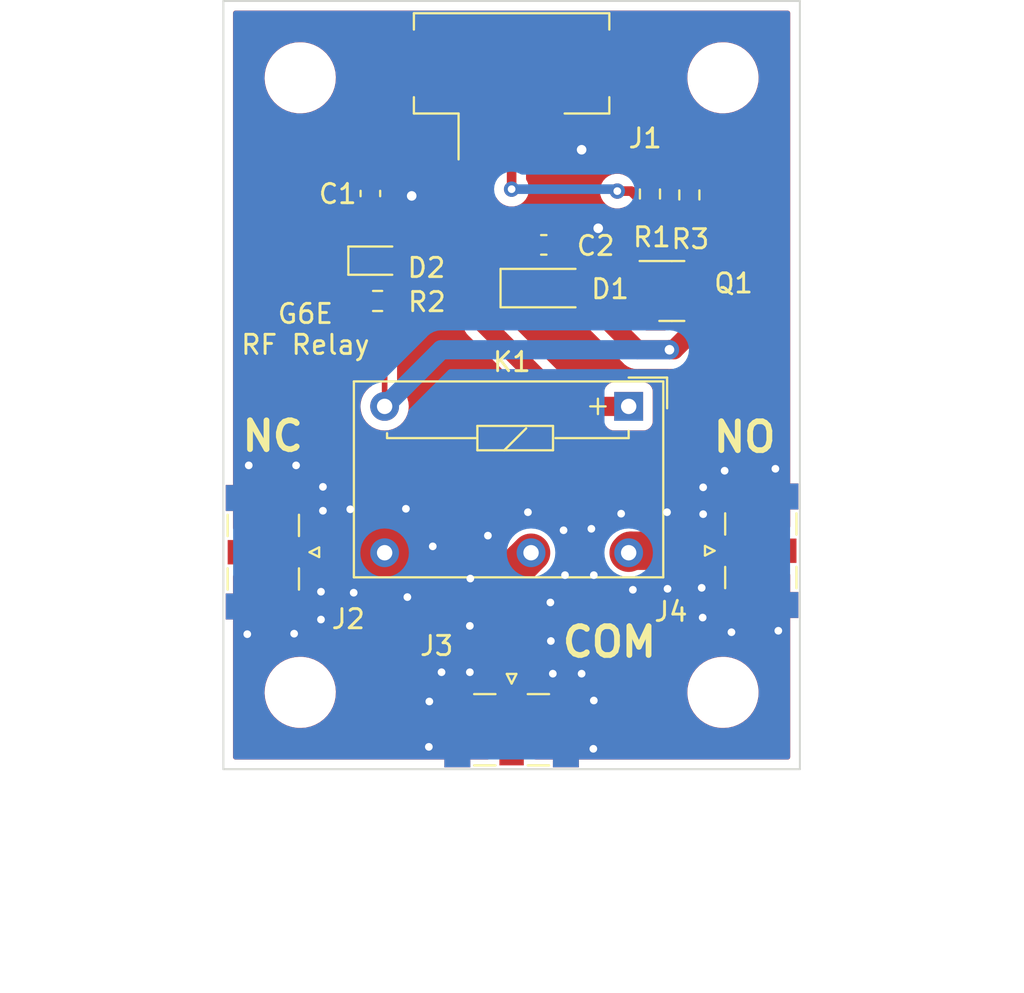
<source format=kicad_pcb>
(kicad_pcb (version 20211014) (generator pcbnew)
  (layers (0 "F.Cu" signal) (31 "B.Cu" signal) (34 "B.Paste" user) (35 "F.Paste" user) (36 "B.SilkS" user "B.Silkscreen") (37 "F.SilkS" user "F.Silkscreen") (38 "B.Mask" user) (39 "F.Mask" user) (44 "Edge.Cuts" user))
  (net 0 "")
  (net 1 "GND")
  (net 2 "Net-(J1-Pad2)")
  (net 3 "Net-(J2-Pad1)")
  (net 4 "Net-(J3-Pad1)")
  (net 5 "Net-(J4-Pad1)")
  (net 6 "Net-(D2-Pad1)")
  (net 7 "Net-(Q1-Pad1)")
  (net 8 "Net-(C1-Pad1)")
  (net 9 "Net-(C2-Pad1)")
  (footprint "MountingHole:MountingHole_2.7mm_M2.5_DIN965" (layer "F.Cu") (at 104 104)
    (fp_text reference "H1" hide)
    (fp_text value "MountingHole")
    (pad "" np_thru_hole circle locked (at 0 0) (size 2.7 2.7) (drill 2.7) (layers *.Cu *.Mask))
  )
  (footprint "Connector_Coaxial:SMA_Samtec_SMA-J-P-X-ST-EM1_EdgeMount" (layer "F.Cu") (at 102.2239 128.7018 -90)
    (fp_text reference "J2" (at 3.4798 -4.2783) (layer "F.SilkS"))
    (fp_text value "Conn_Coaxial")
    (fp_line (start 0.25 -2.76) (end -0.25 -2.76) (layer "F.SilkS") (width 0.12))
    (fp_line (start 0.84 -1.71) (end 1.95 -1.71) (layer "F.SilkS") (width 0.12))
    (fp_line (start -0.25 -2.76) (end 0 -2.26) (layer "F.SilkS") (width 0.12))
    (fp_line (start 0 -2.26) (end 0.25 -2.76) (layer "F.SilkS") (width 0.12))
    (fp_line (start -1.95 2) (end -0.84 2) (layer "F.SilkS") (width 0.12))
    (fp_line (start -1.95 -1.71) (end -0.84 -1.71) (layer "F.SilkS") (width 0.12))
    (fp_line (start 0.84 2) (end 1.95 2) (layer "F.SilkS") (width 0.12))
    (pad "1" smd rect locked (at 0 0.2 270) (size 1.27 3.6) (layers "F.Cu" "F.Paste" "F.Mask") (net 3 "Net-(J2-Pad1)"))
    (pad "2" smd rect locked (at 2.825 0 270) (size 1.35 4.2) (layers "B.Cu" "B.Paste" "B.Mask") (net 1 "GND"))
    (pad "2" smd rect locked (at 2.825 0 270) (size 1.35 4.2) (layers "F.Cu" "F.Paste" "F.Mask") (net 1 "GND"))
    (pad "2" smd rect locked (at -2.825 0 270) (size 1.35 4.2) (layers "B.Cu" "B.Paste" "B.Mask") (net 1 "GND"))
    (pad "2" smd rect locked (at -2.825 0 270) (size 1.35 4.2) (layers "F.Cu" "F.Paste" "F.Mask") (net 1 "GND"))
  )
  (footprint "Resistor_SMD:R_0603_1608Metric" (layer "F.Cu") (at 108.0262 115.6208 180)
    (fp_text reference "R2" (at -2.5654 -0.0508) (layer "F.SilkS"))
    (fp_text value "R")
    (fp_line (start -0.237258 -0.5225) (end 0.237258 -0.5225) (layer "F.SilkS") (width 0.12))
    (fp_line (start -0.237258 0.5225) (end 0.237258 0.5225) (layer "F.SilkS") (width 0.12))
    (pad "1" smd roundrect locked (at -0.825 0 180) (size 0.8 0.95) (layers "F.Cu" "F.Paste" "F.Mask") (net 9 "Net-(C2-Pad1)"))
    (pad "2" smd roundrect locked (at 0.825 0 180) (size 0.8 0.95) (layers "F.Cu" "F.Paste" "F.Mask") (net 6 "Net-(D2-Pad1)"))
  )
  (footprint "Resistor_SMD:R_0603_1608Metric" (layer "F.Cu") (at 122.2 110.05 90)
    (fp_text reference "R1" (at -2.25 0.1) (layer "F.SilkS"))
    (fp_text value "R")
    (fp_line (start -0.237258 0.5225) (end 0.237258 0.5225) (layer "F.SilkS") (width 0.12))
    (fp_line (start -0.237258 -0.5225) (end 0.237258 -0.5225) (layer "F.SilkS") (width 0.12))
    (pad "1" smd roundrect locked (at -0.825 0 90) (size 0.8 0.95) (layers "F.Cu" "F.Paste" "F.Mask") (net 2 "Net-(J1-Pad2)"))
    (pad "2" smd roundrect locked (at 0.825 0 90) (size 0.8 0.95) (layers "F.Cu" "F.Paste" "F.Mask") (net 1 "GND"))
  )
  (footprint "Capacitor_SMD:C_0603_1608Metric" (layer "F.Cu") (at 116.6746 112.6997 180)
    (fp_text reference "C2" (at -2.7 -0.05) (layer "F.SilkS"))
    (fp_text value "C")
    (fp_line (start -0.14058 0.51) (end 0.14058 0.51) (layer "F.SilkS") (width 0.12))
    (fp_line (start -0.14058 -0.51) (end 0.14058 -0.51) (layer "F.SilkS") (width 0.12))
    (pad "1" smd roundrect locked (at -0.775 0 180) (size 0.9 0.95) (layers "F.Cu" "F.Paste" "F.Mask") (net 9 "Net-(C2-Pad1)"))
    (pad "2" smd roundrect locked (at 0.775 0 180) (size 0.9 0.95) (layers "F.Cu" "F.Paste" "F.Mask") (net 8 "Net-(C1-Pad1)"))
  )
  (footprint "Resistor_SMD:R_0603_1608Metric" (layer "F.Cu") (at 124.25 110.1 -90)
    (fp_text reference "R3" (at 2.3 -0.05) (layer "F.SilkS"))
    (fp_text value "R")
    (fp_line (start -0.237258 -0.5225) (end 0.237258 -0.5225) (layer "F.SilkS") (width 0.12))
    (fp_line (start -0.237258 0.5225) (end 0.237258 0.5225) (layer "F.SilkS") (width 0.12))
    (pad "1" smd roundrect locked (at -0.825 0 270) (size 0.8 0.95) (layers "F.Cu" "F.Paste" "F.Mask") (net 2 "Net-(J1-Pad2)"))
    (pad "2" smd roundrect locked (at 0.825 0 270) (size 0.8 0.95) (layers "F.Cu" "F.Paste" "F.Mask") (net 7 "Net-(Q1-Pad1)"))
  )
  (footprint "Capacitor_SMD:C_0603_1608Metric" (layer "F.Cu") (at 107.65 110.025 90)
    (fp_text reference "C1" (at -0.025 -1.7) (layer "F.SilkS"))
    (fp_text value "C")
    (fp_line (start -0.14058 -0.51) (end 0.14058 -0.51) (layer "F.SilkS") (width 0.12))
    (fp_line (start -0.14058 0.51) (end 0.14058 0.51) (layer "F.SilkS") (width 0.12))
    (pad "1" smd roundrect locked (at -0.775 0 90) (size 0.9 0.95) (layers "F.Cu" "F.Paste" "F.Mask") (net 8 "Net-(C1-Pad1)"))
    (pad "2" smd roundrect locked (at 0.775 0 90) (size 0.9 0.95) (layers "F.Cu" "F.Paste" "F.Mask") (net 1 "GND"))
  )
  (footprint "MountingHole:MountingHole_2.7mm_M2.5_DIN965" (layer "F.Cu") (at 126 136)
    (fp_text reference "H4" hide)
    (fp_text value "MountingHole")
    (pad "" np_thru_hole circle locked (at 0 0) (size 2.7 2.7) (drill 2.7) (layers *.Cu *.Mask))
  )
  (footprint "MountingHole:MountingHole_2.7mm_M2.5_DIN965" (layer "F.Cu") (at 104 136)
    (fp_text reference "H2" hide)
    (fp_text value "MountingHole")
    (pad "" np_thru_hole circle locked (at 0 0) (size 2.7 2.7) (drill 2.7) (layers *.Cu *.Mask))
  )
  (footprint "Relay_THT:Relay_SPDT_Omron_G6E" (layer "F.Cu") (at 121.0917 121.1089 -90)
    (fp_text reference "K1" (at -2.3131 6.0805) (layer "F.SilkS"))
    (fp_text value "G6E")
    (fp_line (start -1.5 -2) (end 0.1 -2) (layer "F.SilkS") (width 0.12))
    (fp_line (start -1.3 14.3) (end -1.3 -1.8) (layer "F.SilkS") (width 0.12))
    (fp_line (start 2.286 7.874) (end 1.016 7.874) (layer "F.SilkS") (width 0.12))
    (fp_line (start 8.9 14.3) (end -1.3 14.3) (layer "F.SilkS") (width 0.12))
    (fp_line (start 1.651 3.81) (end 1.651 0) (layer "F.SilkS") (width 0.12))
    (fp_line (start -1.5 0) (end -1.5 -2) (layer "F.SilkS") (width 0.12))
    (fp_line (start -1.3 -1.8) (end 8.9 -1.8) (layer "F.SilkS") (width 0.12))
    (fp_line (start 1.651 7.874) (end 1.651 12.573) (layer "F.SilkS") (width 0.12))
    (fp_line (start 2.286 3.937) (end 2.286 7.874) (layer "F.SilkS") (width 0.12))
    (fp_line (start 1.143 5.334) (end 2.286 6.477) (layer "F.SilkS") (width 0.12))
    (fp_line (start 0.4 1.6) (end -0.4 1.6) (layer "F.SilkS") (width 0.12))
    (fp_line (start 1.651 12.573) (end 1.397 12.573) (layer "F.SilkS") (width 0.12))
    (fp_line (start 1.016 3.937) (end 2.286 3.937) (layer "F.SilkS") (width 0.12))
    (fp_line (start 8.9 -1.8) (end 8.9 14.3) (layer "F.SilkS") (width 0.12))
    (fp_line (start 0 1.2) (end 0 2) (layer "F.SilkS") (width 0.12))
    (fp_line (start 1.651 0) (end 1.27 0) (layer "F.SilkS") (width 0.12))
    (fp_line (start 1.016 7.874) (end 1.016 3.937) (layer "F.SilkS") (width 0.12))
    (pad "1" thru_hole rect (at 0 0 180) (size 1.50114 1.50114) (drill 0.8001) (layers *.Cu *.Mask) (net 8 "Net-(C1-Pad1)"))
    (pad "6" thru_hole circle (at 0 12.7 180) (size 1.50114 1.50114) (drill 0.8001) (layers *.Cu *.Mask) (net 9 "Net-(C2-Pad1)"))
    (pad "7" thru_hole circle (at 7.62 12.7 180) (size 1.50114 1.50114) (drill 0.8001) (layers *.Cu *.Mask) (net 3 "Net-(J2-Pad1)"))
    (pad "10" thru_hole circle (at 7.62 5.08 180) (size 1.50114 1.50114) (drill 0.8001) (layers *.Cu *.Mask) (net 4 "Net-(J3-Pad1)"))
    (pad "12" thru_hole circle (at 7.62 0 180) (size 1.50114 1.50114) (drill 0.8001) (layers *.Cu *.Mask) (net 5 "Net-(J4-Pad1)"))
  )
  (footprint "Connector_JST:JST_PH_B3B-PH-SM4-TB_1x03-1MP_P2.00mm_Vertical" (layer "F.Cu") (at 115 105)
    (fp_text reference "J1" (at 6.95 2.15) (layer "F.SilkS"))
    (fp_text value "Conn_01x03")
    (fp_line (start -2.76 0.86) (end -2.76 3.25) (layer "F.SilkS") (width 0.12))
    (fp_line (start -5.085 0.01) (end -5.085 0.86) (layer "F.SilkS") (width 0.12))
    (fp_line (start -5.085 -3.51) (end -5.085 -4.36) (layer "F.SilkS") (width 0.12))
    (fp_line (start 5.085 -4.36) (end 5.085 -3.51) (layer "F.SilkS") (width 0.12))
    (fp_line (start 5.085 0.01) (end 5.085 0.86) (layer "F.SilkS") (width 0.12))
    (fp_line (start 5.085 0.86) (end 2.76 0.86) (layer "F.SilkS") (width 0.12))
    (fp_line (start -5.085 -4.36) (end 5.085 -4.36) (layer "F.SilkS") (width 0.12))
    (fp_line (start -5.085 0.86) (end -2.76 0.86) (layer "F.SilkS") (width 0.12))
    (pad "1" smd roundrect locked (at -2 0.5) (size 1 5.5) (layers "F.Cu" "F.Paste" "F.Mask") (net 8 "Net-(C1-Pad1)"))
    (pad "2" smd roundrect locked (at 0 0.5) (size 1 5.5) (layers "F.Cu" "F.Paste" "F.Mask") (net 2 "Net-(J1-Pad2)"))
    (pad "3" smd roundrect locked (at 2 0.5) (size 1 5.5) (layers "F.Cu" "F.Paste" "F.Mask") (net 1 "GND"))
    (pad "MP" smd roundrect locked (at 4.4 -1.75) (size 1.6 3) (layers "F.Cu" "F.Paste" "F.Mask") (roundrect_rratio 0.15625))
    (pad "MP" smd roundrect locked (at -4.4 -1.75) (size 1.6 3) (layers "F.Cu" "F.Paste" "F.Mask") (roundrect_rratio 0.15625))
  )
  (footprint "Connector_Coaxial:SMA_Samtec_SMA-J-P-X-ST-EM1_EdgeMount" (layer "F.Cu") (at 127.8239 128.6256 90)
    (fp_text reference "J4" (at -3.175 -4.5323) (layer "F.SilkS"))
    (fp_text value "Conn_Coaxial")
    (fp_line (start -1.95 2) (end -0.84 2) (layer "F.SilkS") (width 0.12))
    (fp_line (start -0.25 -2.76) (end 0 -2.26) (layer "F.SilkS") (width 0.12))
    (fp_line (start -1.95 -1.71) (end -0.84 -1.71) (layer "F.SilkS") (width 0.12))
    (fp_line (start 0.84 2) (end 1.95 2) (layer "F.SilkS") (width 0.12))
    (fp_line (start 0 -2.26) (end 0.25 -2.76) (layer "F.SilkS") (width 0.12))
    (fp_line (start 0.25 -2.76) (end -0.25 -2.76) (layer "F.SilkS") (width 0.12))
    (fp_line (start 0.84 -1.71) (end 1.95 -1.71) (layer "F.SilkS") (width 0.12))
    (pad "1" smd rect locked (at 0 0.2 90) (size 1.27 3.6) (layers "F.Cu" "F.Paste" "F.Mask") (net 5 "Net-(J4-Pad1)"))
    (pad "2" smd rect locked (at 2.825 0 90) (size 1.35 4.2) (layers "B.Cu" "B.Paste" "B.Mask") (net 1 "GND"))
    (pad "2" smd rect locked (at 2.825 0 90) (size 1.35 4.2) (layers "F.Cu" "F.Paste" "F.Mask") (net 1 "GND"))
    (pad "2" smd rect locked (at -2.825 0 90) (size 1.35 4.2) (layers "F.Cu" "F.Paste" "F.Mask") (net 1 "GND"))
    (pad "2" smd rect locked (at -2.825 0 90) (size 1.35 4.2) (layers "B.Cu" "B.Paste" "B.Mask") (net 1 "GND"))
  )
  (footprint "LED_SMD:LED_0603_1608Metric" (layer "F.Cu") (at 107.9887 113.5208)
    (fp_text reference "D2" (at 2.5775 0.3728) (layer "F.SilkS"))
    (fp_text value "LED")
    (fp_line (start 0.8 -0.735) (end -1.485 -0.735) (layer "F.SilkS") (width 0.12))
    (fp_line (start -1.485 0.735) (end 0.8 0.735) (layer "F.SilkS") (width 0.12))
    (fp_line (start -1.485 -0.735) (end -1.485 0.735) (layer "F.SilkS") (width 0.12))
    (pad "1" smd roundrect locked (at -0.7875 0) (size 0.875 0.95) (layers "F.Cu" "F.Paste" "F.Mask") (net 6 "Net-(D2-Pad1)"))
    (pad "2" smd roundrect locked (at 0.7875 0) (size 0.875 0.95) (layers "F.Cu" "F.Paste" "F.Mask") (net 8 "Net-(C1-Pad1)"))
  )
  (footprint "Package_TO_SOT_SMD:SOT-23" (layer "F.Cu") (at 123.3375 115.1)
    (fp_text reference "Q1" (at 3.2125 -0.4) (layer "F.SilkS"))
    (fp_text value "BC817")
    (fp_line (start 0 1.56) (end -0.65 1.56) (layer "F.SilkS") (width 0.12))
    (fp_line (start 0 -1.56) (end -1.675 -1.56) (layer "F.SilkS") (width 0.12))
    (fp_line (start 0 1.56) (end 0.65 1.56) (layer "F.SilkS") (width 0.12))
    (fp_line (start 0 -1.56) (end 0.65 -1.56) (layer "F.SilkS") (width 0.12))
    (pad "1" smd roundrect locked (at -0.9375 -0.95) (size 1.475 0.6) (layers "F.Cu" "F.Paste" "F.Mask") (net 7 "Net-(Q1-Pad1)"))
    (pad "2" smd roundrect locked (at -0.9375 0.95) (size 1.475 0.6) (layers "F.Cu" "F.Paste" "F.Mask") (net 1 "GND"))
    (pad "3" smd roundrect locked (at 0.9375 0) (size 1.475 0.6) (layers "F.Cu" "F.Paste" "F.Mask") (net 9 "Net-(C2-Pad1)"))
  )
  (footprint "MountingHole:MountingHole_2.7mm_M2.5_DIN965" (layer "F.Cu") (at 126 104)
    (fp_text reference "H3" hide)
    (fp_text value "MountingHole")
    (pad "" np_thru_hole circle locked (at 0 0) (size 2.7 2.7) (drill 2.7) (layers *.Cu *.Mask))
  )
  (footprint "Connector_Coaxial:SMA_Samtec_SMA-J-P-X-ST-EM1_EdgeMount" (layer "F.Cu") (at 115 137.8)
    (fp_text reference "J3" (at -3.9004 -4.2214) (layer "F.SilkS"))
    (fp_text value "Conn_Coaxial")
    (fp_line (start 0.25 -2.76) (end -0.25 -2.76) (layer "F.SilkS") (width 0.12))
    (fp_line (start -1.95 2) (end -0.84 2) (layer "F.SilkS") (width 0.12))
    (fp_line (start 0.84 2) (end 1.95 2) (layer "F.SilkS") (width 0.12))
    (fp_line (start -1.95 -1.71) (end -0.84 -1.71) (layer "F.SilkS") (width 0.12))
    (fp_line (start -0.25 -2.76) (end 0 -2.26) (layer "F.SilkS") (width 0.12))
    (fp_line (start 0.84 -1.71) (end 1.95 -1.71) (layer "F.SilkS") (width 0.12))
    (fp_line (start 0 -2.26) (end 0.25 -2.76) (layer "F.SilkS") (width 0.12))
    (pad "1" smd rect locked (at 0 0.2) (size 1.27 3.6) (layers "F.Cu" "F.Paste" "F.Mask") (net 4 "Net-(J3-Pad1)"))
    (pad "2" smd rect locked (at 2.825 0) (size 1.35 4.2) (layers "F.Cu" "F.Paste" "F.Mask") (net 1 "GND"))
    (pad "2" smd rect locked (at -2.825 0) (size 1.35 4.2) (layers "B.Cu" "B.Paste" "B.Mask") (net 1 "GND"))
    (pad "2" smd rect locked (at 2.825 0) (size 1.35 4.2) (layers "B.Cu" "B.Paste" "B.Mask") (net 1 "GND"))
    (pad "2" smd rect locked (at -2.825 0) (size 1.35 4.2) (layers "F.Cu" "F.Paste" "F.Mask") (net 1 "GND"))
  )
  (footprint "Diode_SMD:D_SOD-123" (layer "F.Cu") (at 116.6746 114.9497)
    (fp_text reference "D1" (at 3.45 0.05) (layer "F.SilkS"))
    (fp_text value "1N4001")
    (fp_line (start -2.25 1) (end 1.65 1) (layer "F.SilkS") (width 0.12))
    (fp_line (start -2.25 -1) (end 1.65 -1) (layer "F.SilkS") (width 0.12))
    (fp_line (start -2.25 -1) (end -2.25 1) (layer "F.SilkS") (width 0.12))
    (pad "1" smd rect (at -1.65 0) (size 0.9 1.2) (layers "F.Cu" "F.Paste" "F.Mask") (net 8 "Net-(C1-Pad1)"))
    (pad "2" smd rect (at 1.65 0) (size 0.9 1.2) (layers "F.Cu" "F.Paste" "F.Mask") (net 9 "Net-(C2-Pad1)"))
  )
  (gr_line (start 130 140) (end 100 140) (layer "Edge.Cuts") (width 0.1))
  (gr_line (start 100 100) (end 130 100) (layer "Edge.Cuts") (width 0.1))
  (gr_line (start 130 100) (end 130 140) (layer "Edge.Cuts") (width 0.1))
  (gr_line (start 100 140) (end 100 100) (layer "Edge.Cuts") (width 0.1))
  (gr_text "NO" (at 127.127 122.7074) (layer "F.SilkS") (effects (font (size 1.5 1.5) (thickness 0.3))))
  (gr_text "NC" (at 102.5652 122.6566) (layer "F.SilkS") (effects (font (size 1.5 1.5) (thickness 0.3))))
  (gr_text "COM" (at 120.0912 133.3754) (layer "F.SilkS") (effects (font (size 1.5 1.5) (thickness 0.3))))
  (gr_text "G6E\nRF Relay" (at 104.267 117.094) (layer "F.SilkS") (effects (font (size 1 1))))
  (segment (start 107.65 109.25) (end 108.9 109.25) (width 0.5) (layer "F.Cu") (net 1))
  (segment (start 119.507 111.8362) (end 117 109.3292) (width 1) (layer "F.Cu") (net 1))
  (segment (start 108.9 109.25) (end 109.8 110.15) (width 0.5) (layer "F.Cu") (net 1))
  (segment (start 117 109.3292) (end 117 105.5) (width 1) (layer "F.Cu") (net 1))
  (via (at 111.3536 134.9502) (size 0.8) (drill 0.4) (layers "F.Cu" "B.Cu") (net 1))
  (via (at 117.0432 133.3246) (size 0.8) (drill 0.4) (layers "F.Cu" "B.Cu") (net 1))
  (via (at 123.0884 126.619) (size 0.8) (drill 0.4) (layers "F.Cu" "B.Cu") (net 1))
  (via (at 118.6434 135.0264) (size 0.8) (drill 0.4) (layers "F.Cu" "B.Cu") (net 1))
  (via (at 118.6434 107.7468) (size 1) (drill 0.5) (layers "F.Cu" "B.Cu") (net 1))
  (via (at 110.6932 138.8364) (size 0.8) (drill 0.4) (layers "F.Cu" "B.Cu") (net 1))
  (via (at 112.8268 132.5372) (size 0.8) (drill 0.4) (layers "F.Cu" "B.Cu") (net 1))
  (via (at 128.7272 124.3584) (size 0.8) (drill 0.4) (layers "F.Cu" "B.Cu") (net 1))
  (via (at 103.7844 124.1806) (size 0.8) (drill 0.4) (layers "F.Cu" "B.Cu") (net 1))
  (via (at 119.2784 136.4234) (size 0.8) (drill 0.4) (layers "F.Cu" "B.Cu") (net 1))
  (via (at 117.7036 127.5588) (size 0.8) (drill 0.4) (layers "F.Cu" "B.Cu") (net 1))
  (via (at 105.0798 130.7592) (size 0.8) (drill 0.4) (layers "F.Cu" "B.Cu") (net 1))
  (via (at 124.9426 132.1054) (size 0.8) (drill 0.4) (layers "F.Cu" "B.Cu") (net 1))
  (via (at 124.968 126.7206) (size 0.8) (drill 0.4) (layers "F.Cu" "B.Cu") (net 1))
  (via (at 121.3104 130.6576) (size 0.8) (drill 0.4) (layers "F.Cu" "B.Cu") (net 1))
  (via (at 124.968 125.3236) (size 0.8) (drill 0.4) (layers "F.Cu" "B.Cu") (net 1))
  (via (at 120.7008 126.6952) (size 0.8) (drill 0.4) (layers "F.Cu" "B.Cu") (net 1))
  (via (at 126.0856 124.46) (size 0.8) (drill 0.4) (layers "F.Cu" "B.Cu") (net 1))
  (via (at 112.8268 134.9502) (size 0.8) (drill 0.4) (layers "F.Cu" "B.Cu") (net 1))
  (via (at 128.8796 132.7912) (size 0.8) (drill 0.4) (layers "F.Cu" "B.Cu") (net 1))
  (via (at 112.8522 130.0734) (size 0.8) (drill 0.4) (layers "F.Cu" "B.Cu") (net 1))
  (via (at 110.8964 128.397) (size 0.8) (drill 0.4) (layers "F.Cu" "B.Cu") (net 1))
  (via (at 106.6038 126.4666) (size 0.8) (drill 0.4) (layers "F.Cu" "B.Cu") (net 1))
  (via (at 106.7816 130.81) (size 0.8) (drill 0.4) (layers "F.Cu" "B.Cu") (net 1))
  (via (at 103.6828 132.9436) (size 0.8) (drill 0.4) (layers "F.Cu" "B.Cu") (net 1))
  (via (at 119.2784 129.8956) (size 0.8) (drill 0.4) (layers "F.Cu" "B.Cu") (net 1))
  (via (at 124.8918 130.556) (size 0.8) (drill 0.4) (layers "F.Cu" "B.Cu") (net 1))
  (via (at 119.253 138.938) (size 0.8) (drill 0.4) (layers "F.Cu" "B.Cu") (net 1))
  (via (at 117.7798 129.8956) (size 0.8) (drill 0.4) (layers "F.Cu" "B.Cu") (net 1))
  (via (at 105.1814 125.2982) (size 0.8) (drill 0.4) (layers "F.Cu" "B.Cu") (net 1))
  (via (at 110.7186 136.4742) (size 0.8) (drill 0.4) (layers "F.Cu" "B.Cu") (net 1))
  (via (at 119.1514 127.4826) (size 0.8) (drill 0.4) (layers "F.Cu" "B.Cu") (net 1))
  (via (at 123.1138 130.6068) (size 0.8) (drill 0.4) (layers "F.Cu" "B.Cu") (net 1))
  (via (at 105.1814 126.5428) (size 0.8) (drill 0.4) (layers "F.Cu" "B.Cu") (net 1))
  (via (at 101.2444 132.969) (size 0.8) (drill 0.4) (layers "F.Cu" "B.Cu") (net 1))
  (via (at 101.3206 124.1806) (size 0.8) (drill 0.4) (layers "F.Cu" "B.Cu") (net 1))
  (via (at 117.1448 135.0264) (size 0.8) (drill 0.4) (layers "F.Cu" "B.Cu") (net 1))
  (via (at 105.0798 132.207) (size 0.8) (drill 0.4) (layers "F.Cu" "B.Cu") (net 1))
  (via (at 109.8 110.15) (size 1) (drill 0.5) (layers "F.Cu" "B.Cu") (net 1))
  (via (at 115.8494 126.619) (size 0.8) (drill 0.4) (layers "F.Cu" "B.Cu") (net 1))
  (via (at 117.0178 131.318) (size 0.8) (drill 0.4) (layers "F.Cu" "B.Cu") (net 1))
  (via (at 109.5756 131.0386) (size 0.8) (drill 0.4) (layers "F.Cu" "B.Cu") (net 1))
  (via (at 119.507 111.8362) (size 1) (drill 0.5) (layers "F.Cu" "B.Cu") (net 1))
  (via (at 109.4994 126.4412) (size 0.8) (drill 0.4) (layers "F.Cu" "B.Cu") (net 1))
  (via (at 113.7666 127.8382) (size 0.8) (drill 0.4) (layers "F.Cu" "B.Cu") (net 1))
  (via (at 126.4412 132.8674) (size 0.8) (drill 0.4) (layers "F.Cu" "B.Cu") (net 1))
  (segment (start 121.225 109.9) (end 122.2 110.875) (width 0.5) (layer "F.Cu") (net 2))
  (segment (start 122.2 110.875) (end 122.65 110.875) (width 0.5) (layer "F.Cu") (net 2))
  (segment (start 122.65 110.875) (end 124.25 109.275) (width 0.5) (layer "F.Cu") (net 2))
  (segment (start 120.5 109.9) (end 121.225 109.9) (width 0.5) (layer "F.Cu") (net 2))
  (segment (start 115 105.5) (end 115 109.8) (width 0.5) (layer "F.Cu") (net 2))
  (via (at 120.5 109.9) (size 0.8) (drill 0.4) (layers "F.Cu" "B.Cu") (net 2))
  (via (at 115 109.8) (size 0.8) (drill 0.4) (layers "F.Cu" "B.Cu") (net 2))
  (segment (start 115 109.8) (end 120.25 109.8) (width 0.5) (layer "B.Cu") (net 2))
  (segment (start 120.25 109.8) (end 120.4 109.8) (width 0.5) (layer "B.Cu") (net 2))
  (segment (start 120.4 109.8) (end 120.5 109.9) (width 0.5) (layer "B.Cu") (net 2))
  (segment (start 102.0239 128.7018) (end 108.3646 128.7018) (width 2) (layer "F.Cu") (net 3))
  (segment (start 108.3646 128.7018) (end 108.3917 128.7289) (width 2.85) (layer "F.Cu") (net 3))
  (segment (start 115 138) (end 115 130.569027) (width 2) (layer "F.Cu") (net 4))
  (segment (start 115.585787 129.154813) (end 116.0117 128.7289) (width 2) (layer "F.Cu") (net 4))
  (arc (start 115.585787 129.154813) (mid 115.152241 129.80366) (end 115 130.569027) (width 2) (layer "F.Cu") (net 4))
  (segment (start 121.195 128.6256) (end 121.0917 128.7289) (width 2) (layer "F.Cu") (net 5))
  (segment (start 128.0239 128.6256) (end 121.195 128.6256) (width 2) (layer "F.Cu") (net 5))
  (segment (start 107.2012 113.5208) (end 107.2012 115.6208) (width 0.293) (layer "F.Cu") (net 6))
  (segment (start 122.4 114.15) (end 124.25 112.3) (width 0.293) (layer "F.Cu") (net 7))
  (segment (start 124.25 112.3) (end 124.25 110.925) (width 0.293) (layer "F.Cu") (net 7))
  (segment (start 117.8577 121.1089) (end 121.0917 121.1089) (width 1) (layer "F.Cu") (net 8))
  (segment (start 115.0246 114.9497) (end 115.0246 115.1502) (width 1) (layer "F.Cu") (net 8))
  (segment (start 110.7292 113.5208) (end 110.85 113.4) (width 0.293) (layer "F.Cu") (net 8))
  (segment (start 108.7762 113.5208) (end 110.7292 113.5208) (width 0.293) (layer "F.Cu") (net 8))
  (segment (start 113 111.25) (end 113.4618 111.7118) (width 1) (layer "F.Cu") (net 8))
  (segment (start 107.65 110.8) (end 110.25 113.4) (width 0.5) (layer "F.Cu") (net 8))
  (segment (start 113 105.5) (end 113 111.25) (width 1) (layer "F.Cu") (net 8))
  (segment (start 110.25 113.4) (end 110.85 113.4) (width 0.5) (layer "F.Cu") (net 8))
  (segment (start 113 111.25) (end 110.85 113.4) (width 1) (layer "F.Cu") (net 8))
  (segment (start 115.0246 115.1502) (end 113.4618 116.713) (width 1) (layer "F.Cu") (net 8))
  (segment (start 113.4618 116.713) (end 117.8577 121.1089) (width 1) (layer "F.Cu") (net 8))
  (segment (start 115.8996 114.2747) (end 115.0246 115.1497) (width 0.5) (layer "F.Cu") (net 8))
  (segment (start 115.8996 112.6997) (end 115.8996 114.2747) (width 0.5) (layer "F.Cu") (net 8))
  (segment (start 113.4618 111.7118) (end 113.4618 116.713) (width 1) (layer "F.Cu") (net 8))
  (segment (start 124.275 117.3298) (end 123.444 118.1608) (width 1) (layer "F.Cu") (net 9))
  (segment (start 123.2154 118.1608) (end 121.5357 118.1608) (width 1) (layer "F.Cu") (net 9))
  (segment (start 108.3917 116.0803) (end 108.3917 121.1089) (width 0.293) (layer "F.Cu") (net 9))
  (segment (start 117.4496 114.2747) (end 118.3246 115.1497) (width 0.5) (layer "F.Cu") (net 9))
  (segment (start 124.275 115.1) (end 124.275 117.3298) (width 1) (layer "F.Cu") (net 9))
  (segment (start 123.444 118.1608) (end 123.2154 118.1608) (width 1) (layer "F.Cu") (net 9))
  (segment (start 108.8512 115.6208) (end 108.3917 116.0803) (width 0.293) (layer "F.Cu") (net 9))
  (segment (start 121.5357 118.1608) (end 118.3246 114.9497) (width 1) (layer "F.Cu") (net 9))
  (segment (start 117.4496 112.6997) (end 117.4496 114.2747) (width 0.5) (layer "F.Cu") (net 9))
  (via (at 123.2154 118.1608) (size 1) (drill 0.5) (layers "F.Cu" "B.Cu") (net 9))
  (segment (start 123.2154 118.1608) (end 111.3398 118.1608) (width 1) (layer "B.Cu") (net 9))
  (segment (start 111.3398 118.1608) (end 108.3917 121.1089) (width 1) (layer "B.Cu") (net 9))
  (zone (net 1) (net_name "GND") (layer "F.Cu") (connect_pads yes (clearance 0.5)) (min_thickness 0.254) (fill yes (thermal_gap 0.508) (thermal_bridge_width 0.508))
    (polygon (pts (xy 130 140.0432) (xy 100 140.0432) (xy 100 100) (xy 130 100)))
  )
  (zone (net 1) (net_name "GND") (layer "B.Cu") (connect_pads yes (clearance 0.508)) (min_thickness 0.254) (fill yes (thermal_gap 0.508) (thermal_bridge_width 0.508))
    (polygon (pts (xy 130 140.0432) (xy 100 140.0432) (xy 100 100) (xy 130 100)))
  )
)
</source>
